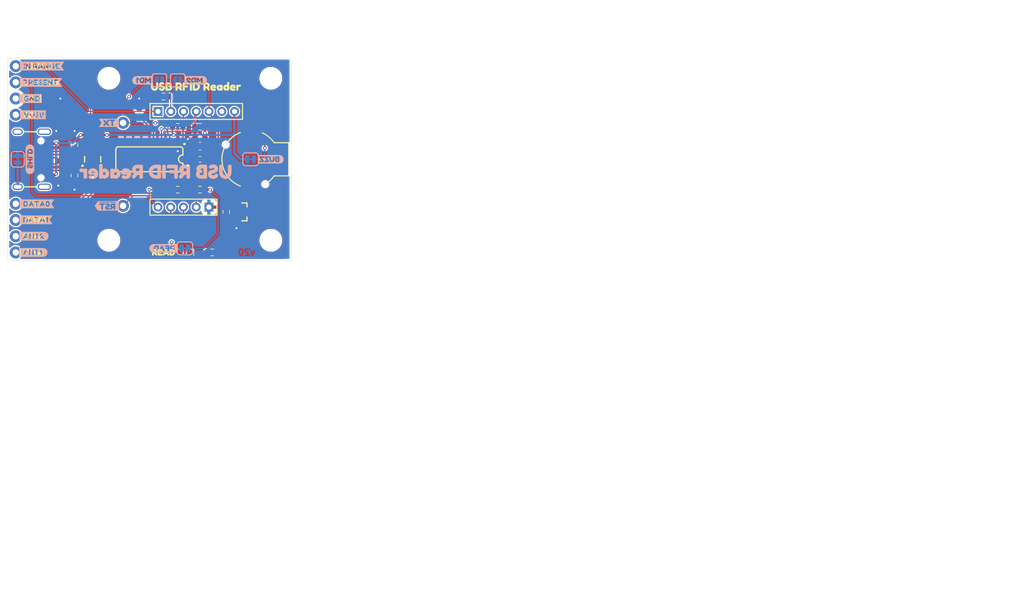
<source format=kicad_pcb>
(kicad_pcb (version 20240108) (generator "pcbnew") (generator_version "8.0")
  (layers (0 "F.Cu" signal) (1 "In1.Cu" signal "L2.Cu") (2 "In2.Cu" signal "L3.Cu") (31 "B.Cu" signal) (34 "B.Paste" user) (35 "F.Paste" user) (36 "B.SilkS" user "B.Silkscreen") (37 "F.SilkS" user "F.Silkscreen") (38 "B.Mask" user) (39 "F.Mask" user) (44 "Edge.Cuts" user))
  (net 0 "")
  (net 1 "Net-(U3-V3)")
  (net 2 "Net-(J1-CC1)")
  (net 4 "Net-(J1-SHIELD)")
  (net 8 "Net-(J1-CC2)")
  (net 19 "CARD_PRESENT")
  (net 20 "ANT2")
  (net 21 "ANT1")
  (net 22 "DATA1")
  (net 23 "DATA0")
  (net 24 "TAG_IN_RANGE")
  (net 25 "LED")
  (net 26 "Net-(D1-K)")
  (net 27 "Net-(D1-A)")
  (net 28 "Net-(BZ1-+)")
  (net 29 "Net-(Q1-B)")
  (net 30 "Net-(BZ1--)")
  (net 31 "GND")
  (net 32 "VUSB")
  (net 33 "Net-(D2-I{slash}O4)")
  (net 37 "Net-(D2-I{slash}O2)")
  (net 38 "Net-(F1-Pad1)")
  (net 39 "Net-(J5-Pin_1)")
  (net 40 "~{RST}")
  (net 41 "FORMAT")
  (footprint "SparkFun-Resistor:R_0603_1608Metric" (layer "F.Cu") (at 153.67 101.9175)
    (property "Reference" "R5")
    (property "Value" "4.7k")
    (pad "1" smd roundrect (at -0.825 0) (size 0.8 0.95) (layers "F.Cu" "F.Paste" "F.Mask") (net 40 "~{RST}"))
    (pad "2" smd roundrect (at 0.825 0) (size 0.8 0.95) (layers "F.Cu" "F.Paste" "F.Mask") (net 32 "VUSB"))
  )
  (footprint "SparkFun-Resistor:R_0603_1608Metric" (layer "F.Cu") (at 150.1775 101.9175)
    (property "Reference" "R9")
    (property "Value" "4.7k")
    (pad "1" smd roundrect (at -0.825 0) (size 0.8 0.95) (layers "F.Cu" "F.Paste" "F.Mask") (net 19 "CARD_PRESENT"))
    (pad "2" smd roundrect (at 0.825 0) (size 0.8 0.95) (layers "F.Cu" "F.Paste" "F.Mask") (net 32 "VUSB"))
  )
  (footprint "kibuzzard-67A3C651" (layer "F.Cu") (at 127.47625 111.76)
    (property "Reference" "kibuzzard-67A3C651" (hide yes))
    (property "Value" "G***" (hide yes))
  )
  (footprint "SparkFun-Connector:1x04" (layer "F.Cu") (at 124.7775 82.550001 -90)
    (property "Reference" "J6")
    (property "Value" "Conn_01x04")
    (pad "1" thru_hole circle (at 0 0) (size 1.8796 1.8796) (drill 1.016) (layers "*.Cu" "*.Mask") (net 24 "TAG_IN_RANGE"))
    (pad "2" thru_hole circle (at 2.54 0) (size 1.8796 1.8796) (drill 1.016) (layers "*.Cu" "*.Mask") (net 19 "CARD_PRESENT"))
    (pad "3" thru_hole circle (at 5.08 0) (size 1.8796 1.8796) (drill 1.016) (layers "*.Cu" "*.Mask") (net 31 "GND"))
    (pad "4" thru_hole circle (at 7.62 0) (size 1.8796 1.8796) (drill 1.016) (layers "*.Cu" "*.Mask") (net 32 "VUSB"))
  )
  (footprint "SparkFun-Resistor:R_0603_1608Metric" (layer "F.Cu") (at 150.1775 92.075 180)
    (property "Reference" "R8")
    (property "Value" "4.7k")
    (pad "1" smd roundrect (at -0.825 0 180) (size 0.8 0.95) (layers "F.Cu" "F.Paste" "F.Mask") (net 22 "DATA1"))
    (pad "2" smd roundrect (at 0.825 0 180) (size 0.8 0.95) (layers "F.Cu" "F.Paste" "F.Mask") (net 32 "VUSB"))
  )
  (footprint "kibuzzard-6790157C" (layer "F.Cu") (at 153.035 85.725)
    (property "Reference" "kibuzzard-6790157C" (hide yes))
    (property "Value" "G***" (hide yes))
  )
  (footprint "kibuzzard-67A3C6A9" (layer "F.Cu") (at 128.74625 85.09)
    (property "Reference" "kibuzzard-67A3C6A9" (hide yes))
    (property "Value" "G***" (hide yes))
  )
  (footprint "SparkFun-Resistor:R_0603_1608Metric" (layer "F.Cu") (at 133.985 99.695 90)
    (property "Reference" "R2")
    (property "Value" "5.1k")
    (pad "1" smd roundrect (at -0.825 0 90) (size 0.8 0.95) (layers "F.Cu" "F.Paste" "F.Mask") (net 31 "GND"))
    (pad "2" smd roundrect (at 0.825 0 90) (size 0.8 0.95) (layers "F.Cu" "F.Paste" "F.Mask") (net 8 "Net-(J1-CC2)"))
  )
  (footprint "SparkFun-Capacitor:C_0603_1608Metric" (layer "F.Cu") (at 153.67 98.1075 180)
    (property "Reference" "C3")
    (property "Value" "0.1uF")
    (pad "1" smd roundrect (at -0.775 0 180) (size 0.9 0.95) (layers "F.Cu" "F.Paste" "F.Mask") (net 32 "VUSB"))
    (pad "2" smd roundrect (at 0.775 0 180) (size 0.9 0.95) (layers "F.Cu" "F.Paste" "F.Mask") (net 31 "GND"))
  )
  (footprint "SparkFun-Capacitor:C_0603_1608Metric" (layer "F.Cu") (at 153.67 93.98 180)
    (property "Reference" "C2")
    (property "Value" "2.2uF")
    (pad "1" smd roundrect (at -0.775 0 180) (size 0.9 0.95) (layers "F.Cu" "F.Paste" "F.Mask") (net 32 "VUSB"))
    (pad "2" smd roundrect (at 0.775 0 180) (size 0.9 0.95) (layers "F.Cu" "F.Paste" "F.Mask") (net 31 "GND"))
  )
  (footprint "SparkFun-Resistor:R_0603_1608Metric" (layer "F.Cu") (at 153.67 92.075)
    (property "Reference" "R7")
    (property "Value" "4.7k")
    (pad "1" smd roundrect (at -0.825 0) (size 0.8 0.95) (layers "F.Cu" "F.Paste" "F.Mask") (net 23 "DATA0"))
    (pad "2" smd roundrect (at 0.825 0) (size 0.8 0.95) (layers "F.Cu" "F.Paste" "F.Mask") (net 32 "VUSB"))
  )
  (footprint "SparkFun-Resistor:R_0603_1608Metric" (layer "F.Cu") (at 147.955 87.3125)
    (property "Reference" "R6")
    (property "Value" "4.7k")
    (pad "1" smd roundrect (at -0.825 0) (size 0.8 0.95) (layers "F.Cu" "F.Paste" "F.Mask") (net 31 "GND"))
    (pad "2" smd roundrect (at 0.825 0) (size 0.8 0.95) (layers "F.Cu" "F.Paste" "F.Mask") (net 41 "FORMAT"))
  )
  (footprint "kibuzzard-67A3C638" (layer "F.Cu") (at 127.635 109.22)
    (property "Reference" "kibuzzard-67A3C638" (hide yes))
    (property "Value" "G***" (hide yes))
  )
  (footprint "SparkFun-Hardware:Standoff" (layer "F.Cu") (at 164.7825 84.455)
    (property "Reference" "ST2")
    (property "Value" "Standoff")
    (pad "" np_thru_hole circle (at 0 0) (size 3.1 3.1) (drill 3.1) (layers "F&B.Cu" "*.Mask"))
  )
  (footprint "SparkFun-Connector:1x04" (layer "F.Cu") (at 124.7775 111.76 90)
    (property "Reference" "J4")
    (property "Value" "Conn_01x04")
    (pad "1" thru_hole circle (at 0 0 180) (size 1.8796 1.8796) (drill 1.016) (layers "*.Cu" "*.Mask") (net 21 "ANT1"))
    (pad "2" thru_hole circle (at 2.54 0 180) (size 1.8796 1.8796) (drill 1.016) (layers "*.Cu" "*.Mask") (net 20 "ANT2"))
    (pad "3" thru_hole circle (at 5.08 0 180) (size 1.8796 1.8796) (drill 1.016) (layers "*.Cu" "*.Mask") (net 22 "DATA1"))
    (pad "4" thru_hole circle (at 7.62 0 180) (size 1.8796 1.8796) (drill 1.016) (layers "*.Cu" "*.Mask") (net 23 "DATA0"))
  )
  (footprint "SparkFun-Aesthetic:Fiducial_0.5mm_Mask1mm" (layer "F.Cu") (at 167.3225 112.395)
    (property "Reference" "FID4")
    (property "Value" "Fiducial_0.5mm")
    (pad "" smd circle (at 0 0) (size 0.5 0.5) (layers "F.Cu" "F.Mask") (clearance 0.25))
  )
  (footprint "SparkFun-RF:ID-2_12_20_Outline" (layer "F.Cu") (at 152.0825 97.155)
    (property "Reference" "O1")
    (property "Value" "RFID Outline")
  )
  (footprint "SparkFun-Resistor:R_0603_1608Metric" (layer "F.Cu") (at 157.7975 105.41 -90)
    (property "Reference" "R4")
    (property "Value" "180")
    (pad "1" smd roundrect (at -0.825 0 270) (size 0.8 0.95) (layers "F.Cu" "F.Paste" "F.Mask") (net 25 "LED"))
    (pad "2" smd roundrect (at 0.825 0 270) (size 0.8 0.95) (layers "F.Cu" "F.Paste" "F.Mask") (net 29 "Net-(Q1-B)"))
  )
  (footprint "SparkFun-Hardware:Standoff" (layer "F.Cu") (at 164.7825 109.855)
    (property "Reference" "ST1")
    (property "Value" "Standoff")
    (pad "" np_thru_hole circle (at 0 0) (size 3.1 3.1) (drill 3.1) (layers "F&B.Cu" "*.Mask"))
  )
  (footprint "kibuzzard-67A3C67B" (layer "F.Cu") (at 127.47625 90.17)
    (property "Reference" "kibuzzard-67A3C67B" (hide yes))
    (property "Value" "G***" (hide yes))
  )
  (footprint "SparkFun-Hardware:Standoff" (layer "F.Cu") (at 139.3825 84.455)
    (property "Reference" "ST3")
    (property "Value" "Standoff")
    (pad "" np_thru_hole circle (at 0 0) (size 3.1 3.1) (drill 3.1) (layers "F&B.Cu" "*.Mask"))
  )
  (footprint "kibuzzard-67A3C66D" (layer "F.Cu") (at 128.11125 104.14)
    (property "Reference" "kibuzzard-67A3C66D" (hide yes))
    (property "Value" "G***" (hide yes))
  )
  (footprint "kibuzzard-67A3C6C4" (layer "F.Cu") (at 128.905 82.55)
    (property "Reference" "kibuzzard-67A3C6C4" (hide yes))
    (property "Value" "G***" (hide yes))
  )
  (footprint "SparkFun-Resistor:R_0603_1608Metric" (layer "F.Cu") (at 155.575 111.76 180)
    (property "Reference" "R3")
    (property "Value" "1k")
    (pad "1" smd roundrect (at -0.825 0 180) (size 0.8 0.95) (layers "F.Cu" "F.Paste" "F.Mask") (net 30 "Net-(BZ1--)"))
    (pad "2" smd roundrect (at 0.825 0 180) (size 0.8 0.95) (layers "F.Cu" "F.Paste" "F.Mask") (net 26 "Net-(D1-K)"))
  )
  (footprint "SparkFun-Electromechanical:Buzzer_9mm_SMD" (layer "F.Cu") (at 161.6075 97.155 90)
    (property "Reference" "BZ1")
    (property "Value" "Buzzer")
    (pad "" np_thru_hole circle (at -3.9 2.3 90) (size 0.8 0.8) (drill 0.8) (layers "F&B.Cu" "*.Mask"))
    (pad "" np_thru_hole circle (at 2.3 -3.9 90) (size 0.8 0.8) (drill 0.8) (layers "F&B.Cu" "*.Mask"))
    (pad "1" smd rect (at 4 0 90) (size 3.2 2.5) (layers "F.Cu" "F.Paste" "F.Mask") (net 28 "Net-(BZ1-+)"))
    (pad "2" smd rect (at -4 0 90) (size 3.2 2.5) (layers "F.Cu" "F.Paste" "F.Mask") (net 30 "Net-(BZ1--)"))
  )
  (footprint "SparkFun-Fuse:0805" (layer "F.Cu") (at 136.8425 93.345)
    (property "Reference" "F1")
    (property "Value" "6V/0.5A/1A")
    (pad "1" smd rect (at -0.9 0) (size 0.8 1.2) (layers "F.Cu" "F.Paste" "F.Mask") (net 38 "Net-(F1-Pad1)"))
    (pad "2" smd rect (at 0.9 0) (size 0.8 1.2) (layers "F.Cu" "F.Paste" "F.Mask") (net 32 "VUSB"))
  )
  (footprint "SparkFun-Semiconductor-Standard:SOT23-3" (layer "F.Cu") (at 160.3375 105.41)
    (property "Reference" "Q1")
    (property "Value" "MMBT2222A")
    (pad "1" smd rect (at -1 -0.95 270) (size 0.8 0.9) (layers "F.Cu" "F.Paste" "F.Mask") (net 29 "Net-(Q1-B)"))
    (pad "2" smd rect (at -1 0.95 270) (size 0.8 0.9) (layers "F.Cu" "F.Paste" "F.Mask") (net 31 "GND"))
    (pad "3" smd rect (at 1.1 0 270) (size 0.8 0.9) (layers "F.Cu" "F.Paste" "F.Mask") (net 30 "Net-(BZ1--)"))
  )
  (footprint "SparkFun-Hardware:Standoff" (layer "F.Cu") (at 139.3825 109.855)
    (property "Reference" "ST4")
    (property "Value" "Standoff")
    (pad "" np_thru_hole circle (at 0 0) (size 3.1 3.1) (drill 3.1) (layers "F&B.Cu" "*.Mask"))
  )
  (footprint "SparkFun-Connector:1x01" (layer "F.Cu") (at 141.605 104.4575)
    (property "Reference" "J7")
    (property "Value" "Conn_01x01")
    (pad "1" thru_hole circle (at 0 0 90) (size 1.8796 1.8796) (drill 1.016) (layers "*.Cu" "*.Mask") (net 40 "~{RST}"))
  )
  (footprint "SparkFun-LED:LED_0603_1608Metric_Green" (layer "F.Cu") (at 151.294999 111.76 180)
    (property "Reference" "D1")
    (property "Value" "Green")
    (pad "1" smd roundrect (at -0.7875 0 180) (size 0.875 0.95) (layers "F.Cu" "F.Paste" "F.Mask") (net 26 "Net-(D1-K)"))
    (pad "2" smd roundrect (at 0.7875 0 180) (size 0.875 0.95) (layers "F.Cu" "F.Paste" "F.Mask") (net 27 "Net-(D1-A)"))
  )
  (footprint "SparkFun-Capacitor:C_0603_1608Metric" (layer "F.Cu") (at 153.67 96.2025 180)
    (property "Reference" "C4")
    (property "Value" "10uF")
    (pad "1" smd roundrect (at -0.775 0 180) (size 0.9 0.95) (layers "F.Cu" "F.Paste" "F.Mask") (net 32 "VUSB"))
    (pad "2" smd roundrect (at 0.775 0 180) (size 0.9 0.95) (layers "F.Cu" "F.Paste" "F.Mask") (net 31 "GND"))
  )
  (footprint "SparkFun-Connector:USB-C_16" (layer "F.Cu") (at 130.17125 97.155 -90)
    (property "Reference" "J1")
    (property "Value" "USB_C_Receptacle")
    (pad "" np_thru_hole circle (at -2.89 1.445 270) (size 0.65 0.65) (drill 0.65) (layers "*.Cu" "*.Mask"))
    (pad "" np_thru_hole circle (at 2.89 1.445 270) (size 0.65 0.65) (drill 0.65) (layers "F&B.Cu" "*.Mask"))
    (pad "A5" smd rect (at -1.25 0.34 90) (size 0.3 1) (layers "F.Cu" "F.Paste" "F.Mask") (net 2 "Net-(J1-CC1)"))
    (pad "A6" smd rect (at -0.25 0.34 90) (size 0.3 1) (layers "F.Cu" "F.Paste" "F.Mask") (net 37 "Net-(D2-I{slash}O2)"))
    (pad "A7" smd rect (at 0.25 0.34 270) (size 0.3 1) (layers "F.Cu" "F.Paste" "F.Mask") (net 33 "Net-(D2-I{slash}O4)"))
    (pad "A8" smd rect (at 1.25 0.34 270) (size 0.3 1) (layers "F.Cu" "F.Paste" "F.Mask"))
    (pad "B5" smd rect (at 1.75 0.34 270) (size 0.3 1) (layers "F.Cu" "F.Paste" "F.Mask") (net 8 "Net-(J1-CC2)"))
    (pad "B6" smd rect (at 0.75 0.34 270) (size 0.3 1) (layers "F.Cu" "F.Paste" "F.Mask") (net 37 "Net-(D2-I{slash}O2)"))
    (pad "B7" smd rect (at -0.75 0.34 90) (size 0.3 1) (layers "F.Cu" "F.Paste" "F.Mask") (net 33 "Net-(D2-I{slash}O4)"))
    (pad "B8" smd rect (at -1.75 0.34 90) (size 0.3 1) (layers "F.Cu" "F.Paste" "F.Mask"))
    (pad "GND" smd rect (at -3.225 0.34 90) (size 0.6 1) (layers "F.Cu" "F.Paste" "F.Mask") (net 31 "GND"))
    (pad "GND" smd rect (at 3.225 0.34 270) (size 0.6 1) (layers "F.Cu" "F.Paste" "F.Mask") (net 31 "GND"))
    (pad "NC1" thru_hole oval (at -4.318 5.095 270) (size 1 1.6) (drill oval 0.6 1.2) (layers "*.Cu" "*.Mask" "F.Paste"))
    (pad "NC2" thru_hole oval (at -4.318 0.915 270) (size 1 2.1) (drill oval 0.6 1.7) (layers "*.Cu" "*.Mask" "F.Paste"))
    (pad "NC3" thru_hole oval (at 4.318 0.915 270) (size 1 2.1) (drill oval 0.6 1.7) (layers "*.Cu" "*.Mask" "F.Paste"))
    (pad "S" thru_hole oval (at 4.318 5.095 270) (size 1 1.6) (drill oval 0.6 1.2) (layers "*.Cu" "*.Mask" "F.Paste") (net 4 "Net-(J1-SHIELD)"))
    (pad "VBUS" smd rect (at -2.45 0.34 90) (size 0.6 1) (layers "F.Cu" "F.Paste" "F.Mask") (net 38 "Net-(F1-Pad1)"))
    (pad "VBUS" smd rect (at 2.45 0.34 270) (size 0.6 1) (layers "F.Cu" "F.Paste" "F.Mask") (net 38 "Net-(F1-Pad1)"))
  )
  (footprint "SparkFun-Semiconductor-Standard:SO-16" (layer "F.Cu") (at 145.7325 97.155 -90)
    (property "Reference" "U3")
    (property "Value" "CH340C")
    (pad "1" smd rect (at -2.8 -4.445 180) (size 0.6 1.2) (layers "F.Cu" "F.Paste" "F.Mask") (net 31 "GND"))
    (pad "2" smd rect (at -2.8 -3.175 180) (size 0.6 1.2) (layers "F.Cu" "F.Paste" "F.Mask") (net 39 "Net-(J5-Pin_1)"))
    (pad "3" smd rect (at -2.8 -1.905 180) (size 0.6 1.2) (layers "F.Cu" "F.Paste" "F.Mask") (net 23 "DATA0"))
    (pad "4" smd rect (at -2.8 -0.635 180) (size 0.6 1.2) (layers "F.Cu" "F.Paste" "F.Mask") (net 1 "Net-(U3-V3)"))
    (pad "5" smd rect (at -2.8 0.635 180) (size 0.6 1.2) (layers "F.Cu" "F.Paste" "F.Mask") (net 37 "Net-(D2-I{slash}O2)"))
    (pad "6" smd rect (at -2.8 1.905 180) (size 0.6 1.2) (layers "F.Cu" "F.Paste" "F.Mask") (net 33 "Net-(D2-I{slash}O4)"))
    (pad "7" smd rect (at -2.8 3.175 180) (size 0.6 1.2) (layers "F.Cu" "F.Paste" "F.Mask"))
    (pad "8" smd rect (at -2.8 4.445 180) (size 0.6 1.2) (layers "F.Cu" "F.Paste" "F.Mask"))
    (pad "9" smd rect (at 2.8 4.445 180) (size 0.6 1.2) (layers "F.Cu" "F.Paste" "F.Mask"))
    (pad "10" smd rect (at 2.8 3.175 180) (size 0.6 1.2) (layers "F.Cu" "F.Paste" "F.Mask"))
    (pad "11" smd rect (at 2.8 1.905 180) (size 0.6 1.2) (layers "F.Cu" "F.Paste" "F.Mask"))
    (pad "12" smd rect (at 2.8 0.635 180) (size 0.6 1.2) (layers "F.Cu" "F.Paste" "F.Mask"))
    (pad "13" smd rect (at 2.8 -0.635 180) (size 0.6 1.2) (layers "F.Cu" "F.Paste" "F.Mask"))
    (pad "14" smd rect (at 2.8 -1.905 180) (size 0.6 1.2) (layers "F.Cu" "F.Paste" "F.Mask"))
    (pad "15" smd rect (at 2.8 -3.175 180) (size 0.6 1.2) (layers "F.Cu" "F.Paste" "F.Mask"))
    (pad "16" smd rect (at 2.8 -4.445 180) (size 0.6 1.2) (layers "F.Cu" "F.Paste" "F.Mask") (net 32 "VUSB"))
  )
  (footprint "kibuzzard-67A3C602" (layer "F.Cu") (at 127.9525 106.642499)
    (property "Reference" "kibuzzard-67A3C602" (hide yes))
    (property "Value" "G***" (hide yes))
  )
  (footprint "SparkFun-Resistor:R_0603_1608Metric" (layer "F.Cu") (at 133.985 94.9325 -90)
    (property "Reference" "R1")
    (property "Value" "5.1k")
    (pad "1" smd roundrect (at -0.825 0 270) (size 0.8 0.95) (layers "F.Cu" "F.Paste" "F.Mask") (net 31 "GND"))
    (pad "2" smd roundrect (at 0.825 0 270) (size 0.8 0.95) (layers "F.Cu" "F.Paste" "F.Mask") (net 2 "Net-(J1-CC1)"))
  )
  (footprint "SparkFun-Aesthetic:Creative_Commons_License" (layer "F.Cu") (at 236 162.9)
    (property "Reference" "G2" (hide yes))
    (property "Value" "OSHW_Logo" (hide yes))
  )
  (footprint "SparkFun-Connector:1x05_2.0mm" (layer "F.Cu") (at 155.072737 104.656188 180)
    (property "Reference" "J3")
    (property "Value" "Conn_01x05_2.0mm")
    (pad "1" thru_hole rect (at 0 0 180) (size 1.4 1.4) (drill 0.8) (layers "*.Cu" "*.Mask") (net 31 "GND"))
    (pad "2" thru_hole circle (at 2 0 180) (size 1.4 1.4) (drill 0.8) (layers "*.Cu" "*.Mask") (net 40 "~{RST}"))
    (pad "3" thru_hole circle (at 4 0 180) (size 1.4 1.4) (drill 0.8) (layers "*.Cu" "*.Mask") (net 21 "ANT1"))
    (pad "4" thru_hole circle (at 6 0 180) (size 1.4 1.4) (drill 0.8) (layers "*.Cu" "*.Mask") (net 20 "ANT2"))
    (pad "5" thru_hole circle (at 8 0 180) (size 1.4 1.4) (drill 0.8) (layers "*.Cu" "*.Mask") (net 19 "CARD_PRESENT"))
  )
  (footprint "SparkFun-Semiconductor-Standard:SOT23-6" (layer "F.Cu") (at 136.8425 97.155 90)
    (property "Reference" "D2")
    (property "Value" "DT1042-04SO")
    (pad "1" smd rect (at -1.3001 -0.95) (size 0.55 1.2) (layers "F.Cu" "F.Paste" "F.Mask"))
    (pad "2" smd rect (at -1.3001 0) (size 0.55 1.2) (layers "F.Cu" "F.Paste" "F.Mask") (net 31 "GND"))
    (pad "3" smd rect (at -1.3001 0.95) (size 0.55 1.2) (layers "F.Cu" "F.Paste" "F.Mask") (net 37 "Net-(D2-I{slash}O2)"))
    (pad "4" smd rect (at 1.3001 0.95) (size 0.55 1.2) (layers "F.Cu" "F.Paste" "F.Mask"))
    (pad "5" smd rect (at 1.3 0) (size 0.55 1.2) (layers "F.Cu" "F.Paste" "F.Mask"))
    (pad "6" smd rect (at 1.3001 -0.95) (size 0.55 1.2) (layers "F.Cu" "F.Paste" "F.Mask") (net 33 "Net-(D2-I{slash}O4)"))
  )
  (footprint "SparkFun-Connector:1x01" (layer "F.Cu") (at 141.605 91.44)
    (property "Reference" "J5")
    (property "Value" "Conn_01x01")
    (pad "1" thru_hole circle (at 0 0 90) (size 1.8796 1.8796) (drill 1.016) (layers "*.Cu" "*.Mask") (net 39 "Net-(J5-Pin_1)"))
  )
  (footprint "SparkFun-Connector:1x07_2.0mm" (layer "F.Cu") (at 147.086915 89.653031)
    (property "Reference" "J2")
    (property "Value" "Conn_01x07_2.0mm")
    (pad "1" thru_hole rect (at 0 0) (size 1.4 1.4) (drill 0.8) (layers "*.Cu" "*.Mask") (net 24 "TAG_IN_RANGE"))
    (pad "2" thru_hole circle (at 2 0) (size 1.4 1.4) (drill 0.8) (layers "*.Cu" "*.Mask") (net 41 "FORMAT"))
    (pad "3" thru_hole circle (at 4 0) (size 1.4 1.4) (drill 0.8) (layers "*.Cu" "*.Mask") (net 22 "DATA1"))
    (pad "4" thru_hole circle (at 6 0) (size 1.4 1.4) (drill 0.8) (layers "*.Cu" "*.Mask") (net 23 "DATA0"))
    (pad "5" thru_hole circle (at 8 0) (size 1.4 1.4) (drill 0.8) (layers "*.Cu" "*.Mask") (net 25 "LED"))
    (pad "6" thru_hole circle (at 10 0) (size 1.4 1.4) (drill 0.8) (layers "*.Cu" "*.Mask"))
    (pad "7" thru_hole circle (at 12 0) (size 1.4 1.4) (drill 0.8) (layers "*.Cu" "*.Mask") (net 32 "VUSB"))
  )
  (footprint "kibuzzard-67A3C4EF" (layer "F.Cu") (at 147.955 111.76)
    (property "Reference" "kibuzzard-67A3C4EF" (hide yes))
    (property "Value" "G***" (hide yes))
  )
  (footprint "SparkFun-Capacitor:C_0603_1608Metric" (layer "F.Cu") (at 144.145 89.8525 90)
    (property "Reference" "C1")
    (property "Value" "10nF")
    (pad "1" smd roundrect (at -0.775 0 90) (size 0.9 0.95) (layers "F.Cu" "F.Paste" "F.Mask") (net 1 "Net-(U3-V3)"))
    (pad "2" smd roundrect (at 0.775 0 90) (size 0.9 0.95) (layers "F.Cu" "F.Paste" "F.Mask") (net 31 "GND"))
  )
  (footprint "SparkFun-Aesthetic:Fiducial_0.5mm_Mask1mm" (layer "F.Cu") (at 137.4775 82.55)
    (property "Reference" "FID1")
    (property "Value" "Fiducial_0.5mm")
    (pad "" smd circle (at 0 0) (size 0.5 0.5) (layers "F.Cu" "F.Mask") (clearance 0.25))
  )
  (footprint "kibuzzard-67A3C68E" (layer "F.Cu") (at 127.15875 87.63)
    (property "Reference" "kibuzzard-67A3C68E" (hide yes))
    (property "Value" "G***" (hide yes))
  )
  (footprint "kibuzzard-67A3BC63" (layer "B.Cu") (at 139.065 104.4575 180)
    (property "Reference" "kibuzzard-67A3BC63" (hide yes))
    (property "Value" "G***" (hide yes))
  )
  (footprint "kibuzzard-67A3C764" (layer "B.Cu") (at 153.035 84.7725 180)
    (property "Reference" "kibuzzard-67A3C764" (hide yes))
    (property "Value" "G***" (hide yes))
  )
  (footprint "kibuzzard-67A3BA96" (layer "B.Cu") (at 139.3825 91.44 180)
    (property "Reference" "kibuzzard-67A3BA96" (hide yes))
    (property "Value" "G***" (hide yes))
  )
  (footprint "SparkFun-Jumper:Jumper_2_NO" (layer "B.Cu") (at 147.32 84.7725 180)
    (property "Reference" "JP5")
    (property "Value" "MD1")
    (pad "1" smd rect (at -0.4064 0 180) (size 0.635 1.27) (layers "B.Cu" "B.Mask") (net 41 "FORMAT"))
    (pad "2" smd rect (at 0.4064 0 180) (size 0.635 1.27) (layers "B.Cu" "B.Mask") (net 32 "VUSB"))
  )
  (footprint "SparkFun-Jumper:Jumper_2_NC_Trace" (layer "B.Cu") (at 151.294999 111.125)
    (property "Reference" "JP2")
    (property "Value" "LED")
    (fp_poly (pts (xy -0.25 0.15) (xy 0.25 0.15) (xy 0.25 -0.15) (xy -0.25 -0.15)) (fill solid) (layer "B.Cu"))
    (pad "1" smd rect (at -0.5207 0) (size 0.6604 1.27) (layers "B.Cu" "B.Mask") (net 27 "Net-(D1-A)"))
    (pad "2" smd rect (at 0.5207 0) (size 0.6604 1.27) (layers "B.Cu" "B.Mask") (net 32 "VUSB"))
  )
  (footprint "kibuzzard-67A3C660" (layer "B.Cu") (at 127.635 111.76 180)
    (property "Reference" "kibuzzard-67A3C660" (hide yes))
    (property "Value" "G***" (hide yes))
  )
  (footprint "SparkFun-Jumper:Jumper_2_NO" (layer "B.Cu") (at 150.1775 84.7725)
    (property "Reference" "JP7")
    (property "Value" "MD2")
    (pad "1" smd rect (at -0.4064 0) (size 0.635 1.27) (layers "B.Cu" "B.Mask") (net 41 "FORMAT"))
    (pad "2" smd rect (at 0.4064 0) (size 0.635 1.27) (layers "B.Cu" "B.Mask") (net 25 "LED"))
  )
  (footprint "kibuzzard-67A3C54B" (layer "B.Cu") (at 147.955 111.125 180)
    (property "Reference" "kibuzzard-67A3C54B" (hide yes))
    (property "Value" "G***" (hide yes))
  )
  (footprint "kibuzzard-67901575" (layer "B.Cu") (at 146.685 99.06 180)
    (property "Reference" "kibuzzard-67901575" (hide yes))
    (property "Value" "G***" (hide yes))
  )
  (footprint "kibuzzard-67A3C793" (layer "B.Cu") (at 127 97.155 90)
    (property "Reference" "kibuzzard-67A3C793" (hide yes))
    (property "Value" "G***" (hide yes))
  )
  (footprint "kibuzzard-67A3C68A" (layer "B.Cu") (at 127.47625 90.17 180)
    (property "Reference" "kibuzzard-67A3C68A" (hide yes))
    (property "Value" "G***" (hide yes))
  )
  (footprint "kibuzzard-67A3C61F" (layer "B.Cu") (at 128.11125 104.14 180)
    (property "Reference" "kibuzzard-67A3C61F" (hide yes))
    (property "Value" "G***" (hide yes))
  )
  (footprint "kibuzzard-67A3C696" (layer "B.Cu") (at 127 87.63 180)
    (property "Reference" "kibuzzard-67A3C696" (hide yes))
    (property "Value" "G***" (hide yes))
  )
  (footprint "kibuzzard-67A3C648" (layer "B.Cu") (at 127.635 109.22 180)
    (property "Reference" "kibuzzard-67A3C648" (hide yes))
    (property "Value" "G***" (hide yes))
  )
  (footprint "kibuzzard-67A3C6D3" (layer "B.Cu") (at 128.905 82.55 180)
    (property "Reference" "kibuzzard-67A3C6D3" (hide yes))
    (property "Value" "G***" (hide yes))
  )
  (footprint "kibuzzard-67A3C62C" (layer "B.Cu") (at 127.9525 106.642499 180)
    (property "Reference" "kibuzzard-67A3C62C" (hide yes))
    (property "Value" "G***" (hide yes))
  )
  (footprint "kibuzzard-67A3C77D" (layer "B.Cu") (at 144.62125 84.7725 180)
    (property "Reference" "kibuzzard-67A3C77D" (hide yes))
    (property "Value" "G***" (hide yes))
  )
  (footprint "kibuzzard-67A3C76D" (layer "B.Cu") (at 164.7825 97.155 180)
    (property "Reference" "kibuzzard-67A3C76D" (hide yes))
    (property "Value" "G***" (hide yes))
  )
  (footprint "SparkFun-Jumper:Jumper_2_NC_Trace" (layer "B.Cu") (at 161.6075 97.155 180)
    (property "Reference" "JP1")
    (property "Value" "BUZZ")
    (fp_poly (pts (xy -0.25 0.15) (xy 0.25 0.15) (xy 0.25 -0.15) (xy -0.25 -0.15)) (fill solid) (layer "B.Cu"))
    (pad "1" smd rect (at -0.5207 0 180) (size 0.6604 1.27) (layers "B.Cu" "B.Mask") (net 28 "Net-(BZ1-+)"))
    (pad "2" smd rect (at 0.5207 0 180) (size 0.6604 1.27) (layers "B.Cu" "B.Mask") (net 32 "VUSB"))
  )
  (footprint "SparkFun-Jumper:Jumper_2_NC_Trace" (layer "B.Cu") (at 125.095 97.155 -90)
    (property "Reference" "JP3")
    (property "Value" "SHLD")
    (fp_poly (pts (xy -0.25 0.15) (xy 0.25 0.15) (xy 0.25 -0.15) (xy -0.25 -0.15)) (fill solid) (layer "B.Cu"))
    (pad "1" smd rect (at -0.5207 0 270) (size 0.6604 1.27) (layers "B.Cu" "B.Mask") (net 31 "GND"))
    (pad "2" smd rect (at 0.5207 0 270) (size 0.6604 1.27) (layers "B.Cu" "B.Mask") (net 4 "Net-(J1-SHIELD)"))
  )
  (footprint "kibuzzard-67A3C6BA" (layer "B.Cu") (at 128.74625 85.09 180)
    (property "Reference" "kibuzzard-67A3C6BA" (hide yes))
    (property "Value" "G***" (hide yes))
  )
  (gr_line (start 167.9575 113.03) (end 123.5075 113.03) (stroke (width 0.05)) (layer "Edge.Cuts"))
  (gr_line (start 123.5075 81.28) (end 167.9575 81.28) (stroke (width 0.05)) (layer "Edge.Cuts"))
  (gr_line (start 167.9575 81.28) (end 167.9575 113.03) (stroke (width 0.05)) (layer "Edge.Cuts"))
  (gr_line (start 123.5075 113.03) (end 123.5075 81.28) (stroke (width 0.05)) (layer "Edge.Cuts"))
  (gr_text "v20" (at 160.9725 111.76 0) (layer "B.Cu" knockout) (effects (font (size 1 1) (thickness 0.25) (bold yes)) (justify mirror)))
  (segment (start 144.285 90.6275) (end 144.145 90.6275) (width 0.2032) (layer "F.Cu") (net 1))
  (segment (start 146.3675 92.71) (end 144.285 90.6275) (width 0.2032) (layer "F.Cu") (net 1))
  (segment (start 146.3675 94.355) (end 146.3675 92.71) (width 0.2032) (layer "F.Cu") (net 1))
  (segment (start 129.83125 95.905) (end 133.8375 95.905) (width 0.2032) (layer "F.Cu") (net 2))
  (segment (start 133.8375 95.905) (end 133.985 95.7575) (width 0.2032) (layer "F.Cu") (net 2))
  (segment (start 125.095 101.45425) (end 125.07625 101.473) (width 0.4064) (layer "B.Cu") (net 4))
  (segment (start 125.095 97.6757) (end 125.095 101.45425) (width 0.4064) (layer "B.Cu") (net 4))
  (segment (start 133.95 98.905) (end 133.985 98.87) (width 0.2032) (layer "F.Cu") (net 8))
  (segment (start 129.83125 98.905) (end 133.95 98.905) (width 0.2032) (layer "F.Cu") (net 8))
  (segment (start 149.3525 101.9175) (end 145.7325 101.9175) (width 0.1778) (layer "F.Cu") (net 19))
  (via (at 145.7325 101.9175) (size 0.56) (drill 0.3) (layers "F.Cu" "B.Cu") (net 19))
  (segment (start 145.7325 101.9175) (end 145.7325 103.315951) (width 0.1778) (layer "B.Cu") (net 19))
  (segment (start 127.3175 102.235) (end 127.3175 86.0425) (width 0.2032) (layer "B.Cu") (net 19))
  (segment (start 145.286549 102.87) (end 127.9525 102.87) (width 0.2032) (layer "B.Cu") (net 19))
  (segment (start 126.365001 85.090001) (end 124.7775 85.090001) (width 0.2032) (layer "B.Cu") (net 19))
  (segment (start 127.3175 86.0425) (end 126.365001 85.090001) (width 0.2032) (layer "B.Cu") (net 19))
  (segment (start 145.7325 103.315951) (end 147.072737 104.656188) (width 0.1778) (layer "B.Cu") (net 19))
  (segment (start 127.9525 102.87) (end 127.3175 102.235) (width 0.2032) (layer "B.Cu") (net 19))
  (segment (start 147.072737 104.656188) (end 145.286549 102.87) (width 0.2032) (layer "B.Cu") (net 19))
  (segment (start 138.1125 106.045) (end 148.59 106.045) (width 0.2032) (layer "F.Cu") (net 20))
  (segment (start 149.072737 105.562263) (end 149.072737 104.4194) (width 0.2032) (layer "F.Cu") (net 20))
  (segment (start 134.9375 109.22) (end 138.1125 106.045) (width 0.2032) (layer "F.Cu") (net 20))
  (segment (start 124.7775 109.22) (end 134.9375 109.22) (width 0.2032) (layer "F.Cu") (net 20))
  (segment (start 148.59 106.045) (end 149.072737 105.562263) (width 0.2032) (layer "F.Cu") (net 20))
  (segment (start 126.9619 109.5756) (end 135.2169 109.5756) (width 0.2032) (layer "F.Cu") (net 21))
  (segment (start 151.072737 105.784763) (end 151.072737 104.656188) (width 0.2032) (layer "F.Cu") (net 21))
  (segment (start 124.7775 111.76) (end 126.9619 109.5756) (width 0.2032) (layer "F.Cu") (net 21))
  (segment (start 138.1125 106.68) (end 150.1775 106.68) (width 0.2032) (layer "F.Cu") (net 21))
  (segment (start 135.2169 109.5756) (end 138.1125 106.68) (width 0.2032) (layer "F.Cu") (net 21))
  (segment (start 150.1775 106.68) (end 151.072737 105.784763) (width 0.2032) (layer "F.Cu") (net 21))
  (segment (start 151.06683 92.01067) (end 151.0025 92.075) (width 0.1778) (layer "F.Cu") (net 22))
  (segment (start 148.2725 98.7425) (end 151.0025 96.0125) (width 0.2032) (layer "F.Cu") (net 22))
  (segment (start 148.2725 98.7425) (end 140.49375 98.7425) (width 0.2032) (layer "F.Cu") (net 22))
  (segment (start 151.0025 96.0125) (end 151.0025 92.075) (width 0.2032) (layer "F.Cu") (net 22))
  (segment (start 151.06683 89.656366) (end 151.06683 92.01067) (width 0.1778) (layer "F.Cu") (net 22))
  (segment (start 132.556249 106.680001) (end 124.7775 106.680001) (width 0.2032) (layer "F.Cu") (net 22))
  (segment (start 140.49375 98.7425) (end 132.556249 106.680001) (width 0.2032) (layer "F.Cu") (net 22))
  (segment (start 147.6375 94.355) (end 147.6375 96.52) (width 0.1778) (layer "F.Cu") (net 23))
  (segment (start 140.335 98.1075) (end 145.415 98.1075) (width 0.2032) (layer "F.Cu") (net 23))
  (segment (start 153.48 90.069536) (end 153.06683 89.656366) (width 0.1778) (layer "F.Cu") (net 23))
  (segment (start 147.6375 96.52) (end 146.05 98.1075) (width 0.1778) (layer "F.Cu") (net 23))
  (segment (start 134.3025 104.14) (end 140.335 98.1075) (width 0.2032) (layer "F.Cu") (net 23))
  (segment (start 146.05 98.1075) (end 145.415 98.1075) (width 0.1778) (layer "F.Cu") (net 23))
  (segment (start 124.7775 104.14) (end 134.3025 104.14) (width 0.2032) (layer "F.Cu") (net 23))
  (segment (start 147.6375 94.355) (end 147.6375 92.3925) (width 0.1778) (layer "F.Cu") (net 23))
  (segment (start 152.845 92.075) (end 152.845 89.878196) (width 0.1524) (layer "F.Cu") (net 23))
  (segment (start 152.845 89.878196) (end 153.06683 89.656366) (width 0.1524) (layer "F.Cu") (net 23))
  (via (at 147.6375 92.3925) (size 0.56) (drill 0.3) (layers "F.Cu" "B.Cu") (net 23))
  (segment (start 152.0825 92.3925) (end 153.06683 91.40817) (width 0.1778) (layer "B.Cu") (net 23))
  (segment (start 147.6375 92.3925) (end 152.0825 92.3925) (width 0.1778) (layer "B.Cu") (net 23))
  (segment (start 153.06683 91.40817) (end 153.06683 89.656366) (width 0.1778) (layer "B.Cu") (net 23))
  (segment (start 129.222501 82.550001) (end 136.328866 89.656366) (width 0.2032) (layer "B.Cu") (net 24))
  (segment (start 136.328866 89.656366) (end 147.06683 89.656366) (width 0.2032) (layer "B.Cu") (net 24))
  (segment (start 124.7775 82.550001) (end 129.222501 82.550001) (width 0.2032) (layer "B.Cu") (net 24))
  (segment (start 156.5275 95.5675) (end 156.5275 91.465013) (width 0.2032) (layer "F.Cu") (net 25))
  (segment (start 156.9725 96.0125) (end 156.5275 95.5675) (width 0.2032) (layer "F.Cu") (net 25))
  (segment (start 156.5275 91.465013) (end 155.06683 90.004343) (width 0.2032) (layer "F.Cu") (net 25))
  (segment (start 157.7975 104.585) (end 157.7975 103.06) (width 0.2032) (layer "F.Cu") (net 25))
  (segment (start 157.7975 103.06) (end 156.9725 102.235) (width 0.2032) (layer "F.Cu") (net 25))
  (segment (start 155.06683 90.004343) (end 155.06683 89.656366) (width 0.2032) (layer "F.Cu") (net 25))
  (segment (start 156.9725 102.235) (end 156.9725 96.0125) (width 0.2032) (layer "F.Cu") (net 25))
  (segment (start 150.5839 84.7725) (end 153.67 84.7725) (width 0.1778) (layer "B.Cu") (net 25))
  (segment (start 155.086915 86.189415) (end 155.086915 89.653031) (width 0.1778) (layer "B.Cu") (net 25))
  (segment (start 153.67 84.7725) (end 155.086915 86.189415) (width 0.1778) (layer "B.Cu") (net 25))
  (segment (start 154.75 111.76) (end 152.082499 111.76) (width 0.2032) (layer "F.Cu") (net 26))
  (segment (start 149.5425 111.76) (end 150.507498 111.76) (width 0.2032) (layer "F.Cu") (net 27))
  (segment (start 149.225 110.1725) (end 149.225 111.4425) (width 0.2032) (layer "F.Cu") (net 27))
  (segment (start 149.225 111.4425) (end 149.5425 111.76) (width 0.2032) (layer "F.Cu") (net 27))
  (via (at 149.225 110.1725) (size 0.6) (drill 0.3) (layers "F.Cu" "B.Cu") (net 27))
  (segment (start 149.225 110.1725) (end 149.225 110.49) (width 0.2032) (layer "B.Cu") (net 27))
  (segment (start 149.225 110.49) (end 149.86 111.125) (width 0.2032) (layer "B.Cu") (net 27))
  (segment (start 149.86 111.125) (end 150.774298 111.125) (width 0.2032) (layer "B.Cu") (net 27))
  (segment (start 163.3225 93.155) (end 161.6075 93.155) (width 0.2032) (layer "F.Cu") (net 28))
  (segment (start 163.83 95.40875) (end 163.83 93.6625) (width 0.2032) (layer "F.Cu") (net 28))
  (segment (start 163.83 93.6625) (end 163.3225 93.155) (width 0.2032) (layer "F.Cu") (net 28))
  (via (at 163.83 95.40875) (size 0.6) (drill 0.3) (layers "F.Cu" "B.Cu") (net 28))
  (segment (start 163.83 96.36125) (end 163.83 95.40875) (width 0.2032) (layer "B.Cu") (net 28))
  (segment (start 163.03625 97.155) (end 163.83 96.36125) (width 0.2032) (layer "B.Cu") (net 28))
  (segment (start 162.1282 97.155) (end 163.03625 97.155) (width 0.2032) (layer "B.Cu") (net 28))
  (segment (start 159.3375 104.46) (end 159.3375 104.695) (width 0.2032) (layer "F.Cu") (net 29))
  (segment (start 159.3375 104.695) (end 157.7975 106.235) (width 0.2032) (layer "F.Cu") (net 29))
  (segment (start 161.4375 101.325) (end 161.6075 101.155) (width 0.2032) (layer "F.Cu") (net 30))
  (segment (start 157.00375 111.76) (end 161.4375 107.32625) (width 0.2032) (layer "F.Cu") (net 30))
  (segment (start 161.4375 105.41) (end 161.4375 101.325) (width 0.2032) (layer "F.Cu") (net 30))
  (segment (start 161.4375 107.32625) (end 161.4375 105.41) (width 0.2032) (layer "F.Cu") (net 30))
  (segment (start 156.4 111.76) (end 157.00375 111.76) (width 0.2032) (layer "F.Cu") (net 30))
  (segment (start 129.83125 100.38) (end 131.0775 100.38) (width 0.4064) (layer "F.Cu") (net 31))
  (segment (start 124.7775 87.630001) (end 126.999999 87.630001) (width 0.4064) (layer "F.Cu") (net 31))
  (segment (start 126.999999 87.630001) (end 127 87.63) (width 0.4064) (layer "F.Cu") (net 31))
  (segment (start 131.1275 93.6625) (end 131.1275 92.71) (width 0.5588) (layer "F.Cu") (net 31))
  (segment (start 129.83125 93.93) (end 130.86 93.93) (width 0.5588) (layer "F.Cu") (net 31))
  (segment (start 130.86 93.93) (end 131.1275 93.6625) (width 0.5588) (layer "F.Cu") (net 31))
  (segment (start 131.0775 100.38) (end 131.1275 100.33) (width 0.4064) (layer "F.Cu") (net 31))
  (segment (start 136.8425 98.4551) (end 136.8425 100.0125) (width 0.4064) (layer "F.Cu") (net 31))
  (via (at 131.7625 87.63) (size 0.56) (drill 0.3) (layers "F.Cu" "B.Cu") (net 31))
  (via (at 133.985 101.9175) (size 0.56) (drill 0.3) (layers "F.Cu" "B.Cu") (net 31))
  (via (at 159.385 107.95) (size 0.56) (drill 0.3) (layers "F.Cu" "B.Cu") (net 31))
  (via (at 151.765 93.9812) (size 0.56) (drill 0.3) (layers "F.Cu" "B.Cu") (net 31))
  (via (at 151.765 98.1075) (size 0.56) (drill 0.3) (layers "F.Cu" "B.Cu") (net 31))
  (via (at 131.1275 92.71) (size 0.56) (drill 0.3) (layers "F.Cu" "B.Cu") (net 31))
  (via (at 144.145 87.63) (size 0.56) (drill 0.3) (layers "F.Cu" "B.Cu") (net 31))
  (via (at 150.1775 95.885) (size 0.56) (drill 0.3) (layers "F.Cu" "B.Cu") (net 31))
  (via (at 133.985 92.71) (size 0.56) (drill 0.3) (layers "F.Cu" "B.Cu") (net 31))
  (via (at 131.445 101.2825) (size 0.56) (drill 0.3) (layers "F.Cu" "B.Cu") (net 31))
  (via (at 136.8425 100.0125) (size 0.56) (drill 0.3) (layers "F.Cu" "B.Cu") (net 31))
  (segment (start 126.682499 87.630001) (end 126.6825 87.63) (width 0.4064) (layer "B.Cu") (net 31))
  (segment (start 124.7775 87.630001) (end 126.682499 87.630001) (width 0.4064) (layer "B.Cu") (net 31))
  (segment (start 149.3525 93.1556) (end 149.5425 93.3456) (width 0.1778) (layer "F.Cu") (net 32))
  (segment (start 154.3875 99.955) (end 154.445 100.0125) (width 0.4064) (layer "F.Cu") (net 32))
  (segment (start 141.605 88.265) (end 137.16 88.265) (width 0.1524) (layer "F.Cu") (net 32))
  (segment (start 159.087044 89.67658) (end 159.06683 89.656366) (width 0.2032) (layer "F.Cu") (net 32))
  (segment (start 150.1775 99.955) (end 151.13 99.955) (width 0.4064) (layer "F.Cu") (net 32))
  (segment (start 154.445 101.8675) (end 154.495 101.9175) (width 0.4064) (layer "F.Cu") (net 32))
  (segment (start 154.445 96.2025) (end 154.445 98.1075) (width 0.4064) (layer "F.Cu") (net 32))
  (segment (start 154.445 100.0125) (end 154.445 101.8675) (width 0.4064) (layer "F.Cu") (net 32))
  (segment (start 154.445 92.125) (end 154.495 92.075) (width 0.4064) (layer "F.Cu") (net 32))
  (segment (start 151.0025 100.0825) (end 151.13 99.955) (width 0.1778) (layer "F.Cu") (net 32))
  (segment (start 136.525 90.17) (end 137.7425 91.3875) (width 0.4064) (layer "F.Cu") (net 32))
  (segment (start 131.1275 90.17) (end 136.525 90.17) (width 0.4064) (layer "F.Cu") (net 32))
  (segment (start 154.445 93.98) (end 154.445 96.2025) (width 0.4064) (layer "F.Cu") (net 32))
  (segment (start 131.127499 90.170001) (end 131.1275 90.17) (width 0.4064) (layer "F.Cu") (net 32))
  (segment (start 154.445 93.0275) (end 154.445 92.125) (width 0.4064) (layer "F.Cu") (net 32))
  (segment (start 124.7775 90.170001) (end 131.127499 90.170001) (width 0.4064) (layer "F.Cu") (net 32))
  (segment (start 137.7425 93.345) (end 139.065 93.345) (width 0.4064) (layer "F.Cu") (net 32))
  (segment (start 142.5575 87.3125) (end 141.605 88.265) (width 0.1524) (layer "F.Cu") (net 32))
  (segment (start 137.16 88.265) (end 136.525 88.9) (width 0.1524) (layer "F.Cu") (net 32))
  (segment (start 154.495 101.9175) (end 155.2575 101.9175) (width 0.4064) (layer "F.Cu") (net 32))
  (segment (start 136.525 88.9) (end 136.525 90.17) (width 0.1524) (layer "F.Cu") (net 32))
  (segment (start 137.7425 91.3875) (end 137.7425 93.345) (width 0.4064) (layer "F.Cu") (net 32))
  (segment (start 154.445 98.1075) (end 154.445 100.0125) (width 0.4064) (layer "F.Cu") (net 32))
  (segment (start 149.3525 92.075) (end 149.3525 93.1556) (width 0.1778) (layer "F.Cu") (net 32))
  (segment (start 151.0025 101.9175) (end 151.0025 100.0825) (width 0.1778) (layer "F.Cu") (net 32))
  (segment (start 151.13 99.955) (end 154.3875 99.955) (width 0.4064) (layer "F.Cu") (net 32))
  (segment (start 154.445 93.98) (end 154.445 93.0275) (width 0.4064) (layer "F.Cu") (net 32))
  (via (at 142.5575 87.3125) (size 0.56) (drill 0.3) (layers "F.Cu" "B.Cu") (net 32))
  (via (at 139.065 93.345) (size 0.56) (drill 0.3) (layers "F.Cu" "B.Cu") (net 32))
  (via (at 155.2575 101.9175) (size 0.56) (drill 0.3) (layers "F.Cu" "B.Cu") (net 32))
  (via (at 149.5425 93.3456) (size 0.56) (drill 0.3) (layers "F.Cu" "B.Cu") (net 32))
  (via (at 154.445 93.0275) (size 0.56) (drill 0.3) (layers "F.Cu" "B.Cu") (net 32))
  (segment (start 154.445 93.0275) (end 154.445 93.1681) (width 0.4064) (layer "B.Cu") (net 32))
  (segment (start 156.5275 108.9025) (end 156.5275 103.1875) (width 0.1778) (layer "B.Cu") (net 32))
  (segment (start 146.9136 84.7725) (end 145.0975 84.7725) (width 0.1524) (layer "B.Cu") (net 32))
  (segment (start 155.575 93.345) (end 159.06683 93.345) (width 0.4064) (layer "B.Cu") (net 32))
  (segment (start 145.0975 84.7725) (end 142.5575 87.3125) (width 0.1524) (layer "B.Cu") (net 32))
  (segment (start 149.5425 93.3456) (end 154.6225 93.3456) (width 0.4064) (layer "B.Cu") (net 32))
  (segment (start 154.305 111.125) (end 156.5275 108.9025) (width 0.1778) (layer "B.Cu") (net 32))
  (segment (start 159.06683 93.345) (end 159.06683 96.20183) (width 0.4064) (layer "B.Cu") (net 32))
  (segment (start 154.6225 93.3456) (end 155.5744 93.3456) (width 0.4064) (layer "B.Cu") (net 32))
  (segment (start 154.445 93.1681) (end 154.6225 93.3456) (width 0.4064) (layer "B.Cu") (net 32))
  (segment (start 139.0656 93.3456) (end 149.5425 93.3456) (width 0.4064) (layer "B.Cu") (net 32))
  (segment (start 160.02 97.155) (end 161.0868 97.155) (width 0.4064) (layer "B.Cu") (net 32))
  (segment (start 139.065 93.345) (end 139.0656 93.3456) (width 0.4064) (layer "B.Cu") (net 32))
  (segment (start 155.5744 93.3456) (end 155.575 93.345) (width 0.4064) (layer "B.Cu") (net 32))
  (segment (start 151.815699 111.125) (end 154.305 111.125) (width 0.1778) (layer "B.Cu") (net 32))
  (segment (start 156.5275 103.1875) (end 155.2575 101.9175) (width 0.1778) (layer "B.Cu") (net 32))
  (segment (start 159.06683 96.20183) (end 160.02 97.155) (width 0.4064) (layer "B.Cu") (net 32))
  (segment (start 159.06683 89.656366) (end 159.06683 93.345) (width 0.4064) (layer "B.Cu") (net 32))
  (segment (start 136.04875 96.8375) (end 143.1925 96.8375) (width 0.2032) (layer "F.Cu") (net 33))
  (segment (start 135.895785 96.8375) (end 136.04875 96.8375) (width 0.2032) (layer "F.Cu") (net 33))
  (segment (start 128.52 97.405) (end 128.395726 97.280726) (width 0.2032) (layer "F.Cu") (net 33))
  (segment (start 128.395726 97.280726) (end 128.395726 96.620581) (width 0.2032) (layer "F.Cu") (net 33))
  (segment (start 135.8925 96.834215) (end 135.895785 96.8375) (width 0.1778) (layer "F.Cu") (net 33))
  (segment (start 128.611307 96.405) (end 129.83125 96.405) (width 0.2032) (layer "F.Cu") (net 33))
  (segment (start 143.1925 96.8375) (end 143.8275 96.2025) (width 0.2032) (layer "F.Cu") (net 33))
  (segment (start 129.83125 96.405) (end 131.6475 96.405) (width 0.2032) (layer "F.Cu") (net 33))
  (segment (start 135.8925 95.8549) (end 135.8925 96.834215) (width 0.1778) (layer "F.Cu") (net 33))
  (segment (start 132.08 96.8375) (end 135.895785 96.8375) (width 0.2032) (layer "F.Cu") (net 33))
  (segment (start 143.8275 96.2025) (end 143.8275 94.355) (width 0.2032) (layer "F.Cu") (net 33))
  (segment (start 131.6475 96.405) (end 132.08 96.8375) (width 0.2032) (layer "F.Cu") (net 33))
  (segment (start 128.395726 96.620581) (end 128.611307 96.405) (width 0.2032) (layer "F.Cu") (net 33))
  (segment (start 129.83125 97.405) (end 128.52 97.405) (width 0.2032) (layer "F.Cu") (net 33))
  (segment (start 143.8275 94.354999) (end 143.827501 94.355) (width 0.2032) (layer "F.Cu") (net 33))
  (segment (start 131.445 97.4725) (end 137.793788 97.4725) (width 0.2032) (layer "F.Cu") (net 37))
  (segment (start 129.83125 97.905) (end 131.249029 97.905) (width 0.2032) (layer "F.Cu") (net 37))
  (segment (start 131.195 96.905) (end 131.445 97.155) (width 0.2032) (layer "F.Cu") (net 37))
  (segment (start 137.793788 98.128812) (end 137.793788 97.4725) (width 0.1778) (layer "F.Cu") (net 37))
  (segment (start 129.83125 96.905) (end 131.195 96.905) (width 0.2032) (layer "F.Cu") (net 37))
  (segment (start 131.249029 97.905) (end 131.445 97.709029) (width 0.2032) (layer "F.Cu") (net 37))
  (segment (start 137.7925 98.4551) (end 137.7925 98.1301) (width 0.1778) (layer "F.Cu") (net 37))
  (segment (start 143.51 97.4725) (end 145.0975 95.885) (width 0.2032) (layer "F.Cu") (net 37))
  (segment (start 137.7925 98.1301) (end 137.793788 98.128812) (width 0.1778) (layer "F.Cu") (net 37))
  (segment (start 137.95375 97.4725) (end 143.51 97.4725) (width 0.2032) (layer "F.Cu") (net 37))
  (segment (start 131.445 97.709029) (end 131.445 97.4725) (width 0.2032) (layer "F.Cu") (net 37))
  (segment (start 145.0975 95.885) (end 145.0975 94.355) (width 0.2032) (layer "F.Cu") (net 37))
  (segment (start 137.793788 97.4725) (end 137.95375 97.4725) (width 0.2032) (layer "F.Cu") (net 37))
  (segment (start 131.445 97.155) (end 131.445 97.4725) (width 0.2032) (layer "F.Cu") (net 37))
  (segment (start 129.83125 99.605) (end 130.9615 99.605) (width 0.4064) (layer "F.Cu") (net 38))
  (segment (start 129.83125 94.705) (end 131.0375 94.705) (width 0.4064) (layer "F.Cu") (net 38))
  (segment (start 131.0375 94.705) (end 131.1275 94.615) (width 0.4064) (layer "F.Cu") (net 38))
  (segment (start 130.9615 99.605) (end 131.1275 99.439) (width 0.4064) (layer "F.Cu") (net 38))
  (segment (start 135.9425 93.345) (end 134.9375 93.345) (width 0.4064) (layer "F.Cu") (net 38))
  (via (at 134.9375 93.345) (size 0.56) (drill 0.3) (layers "F.Cu" "B.Cu") (net 38))
  (via (at 131.1275 99.439) (size 0.56) (drill 0.3) (layers "F.Cu" "B.Cu") (net 38))
  (via (at 131.1275 94.615) (size 0.56) (drill 0.3) (layers "F.Cu" "B.Cu") (net 38))
  (segment (start 131.1275 94.615) (end 131.1275 99.3775) (width 0.4064) (layer "B.Cu") (net 38))
  (segment (start 131.1275 94.615) (end 133.6675 94.615) (width 0.4064) (layer "B.Cu") (net 38))
  (segment (start 133.6675 94.615) (end 134.9375 93.345) (width 0.4064) (layer "B.Cu") (net 38))
  (segment (start 148.9075 93.345) (end 148.59 93.0275) (width 0.1778) (layer "F.Cu") (net 39))
  (segment (start 148.59 92.60777) (end 147.42223 91.44) (width 0.1778) (layer "F.Cu") (net 39))
  (segment (start 147.42223 91.44) (end 146.685 91.44) (width 0.1778) (layer "F.Cu") (net 39))
  (segment (start 148.59 93.0275) (end 148.59 92.60777) (width 0.1778) (layer "F.Cu") (net 39))
  (segment (start 148.9075 94.355) (end 148.9075 93.345) (width 0.1778) (layer "F.Cu") (net 39))
  (via (at 146.685 91.44) (size 0.56) (drill 0.3) (layers "F.Cu" "B.Cu") (net 39))
  (segment (start 146.685 91.44) (end 141.605 91.44) (width 0.1778) (layer "B.Cu") (net 39))
  (segment (start 153.072737 102.145237) (end 152.845 101.9175) (width 0.1778) (layer "F.Cu") (net 40))
  (segment (start 143.1925 102.87) (end 153.072737 102.87) (width 0.1778) (layer "F.Cu") (net 40))
  (segment (start 153.072737 104.656188) (end 153.072737 102.87) (width 0.1778) (layer "F.Cu") (net 40))
  (segment (start 141.605 104.4575) (end 143.1925 102.87) (width 0.1778) (layer "F.Cu") (net 40))
  (segment (start 153.072737 102.87) (end 153.072737 102.145237) (width 0.1778) (layer "F.Cu") (net 40))
  (segment (start 149.06683 87.59933) (end 148.78 87.3125) (width 0.1524) (layer "F.Cu") (net 41))
  (segment (start 149.06683 89.656366) (end 149.06683 87.59933) (width 0.1524) (layer "F.Cu") (net 41))
  (segment (start 149.066914 84.7725) (end 147.7264 84.7725) (width 0.1524) (layer "B.Cu") (net 41))
  (segment (start 149.06683 89.656366) (end 149.06683 84.772584) (width 0.1524) (layer "B.Cu") (net 41))
  (segment (start 149.7711 84.7725) (end 149.066914 84.7725) (width 0.1524) (layer "B.Cu") (net 41))
  (segment (start 149.06683 84.772584) (end 149.066914 84.7725) (width 0.1524) (layer "B.Cu") (net 41))
  (zone (net 31) (net_name "GND") (layers "F&B.Cu") (connect_pads (clearance 0.2032)) (min_thickness 0.1524) (fill yes (thermal_gap 0.5) (thermal_bridge_width 0.5))
    (polygon (pts (xy 123.5075 81.28) (xy 167.9575 81.28) (xy 167.9575 113.03) (xy 123.5075 113.03)))
  )
)
</source>
